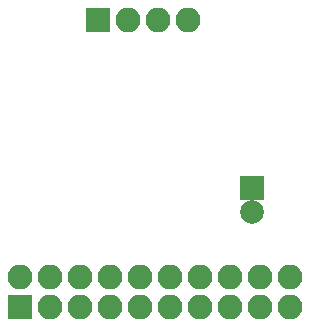
<source format=gbs>
G04 #@! TF.GenerationSoftware,KiCad,Pcbnew,(5.0.0)*
G04 #@! TF.CreationDate,2019-01-18T23:40:16+01:00*
G04 #@! TF.ProjectId,converterboard,636F6E766572746572626F6172642E6B,rev?*
G04 #@! TF.SameCoordinates,Original*
G04 #@! TF.FileFunction,Soldermask,Bot*
G04 #@! TF.FilePolarity,Negative*
%FSLAX46Y46*%
G04 Gerber Fmt 4.6, Leading zero omitted, Abs format (unit mm)*
G04 Created by KiCad (PCBNEW (5.0.0)) date 01/18/19 23:40:16*
%MOMM*%
%LPD*%
G01*
G04 APERTURE LIST*
%ADD10R,2.100000X2.100000*%
%ADD11O,2.100000X2.100000*%
%ADD12R,2.000000X2.000000*%
%ADD13C,2.000000*%
G04 APERTURE END LIST*
D10*
G04 #@! TO.C,J3*
X168750000Y-100750000D03*
D11*
X171290000Y-100750000D03*
X173830000Y-100750000D03*
X176370000Y-100750000D03*
G04 #@! TD*
G04 #@! TO.C,J2*
X184960000Y-122510000D03*
X184960000Y-125050000D03*
X182420000Y-122510000D03*
X182420000Y-125050000D03*
X179880000Y-122510000D03*
X179880000Y-125050000D03*
X177340000Y-122510000D03*
X177340000Y-125050000D03*
X174800000Y-122510000D03*
X174800000Y-125050000D03*
X172260000Y-122510000D03*
X172260000Y-125050000D03*
X169720000Y-122510000D03*
X169720000Y-125050000D03*
X167180000Y-122510000D03*
X167180000Y-125050000D03*
X164640000Y-122510000D03*
X164640000Y-125050000D03*
X162100000Y-122510000D03*
D10*
X162100000Y-125050000D03*
G04 #@! TD*
D12*
G04 #@! TO.C,C2*
X181750000Y-115000000D03*
D13*
X181750000Y-117000000D03*
G04 #@! TD*
M02*

</source>
